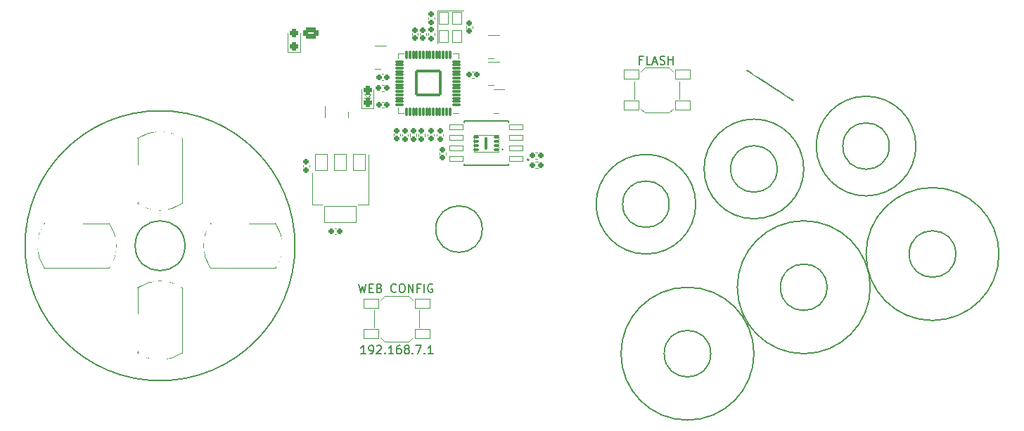
<source format=gbr>
%TF.GenerationSoftware,KiCad,Pcbnew,7.0.9*%
%TF.CreationDate,2024-02-22T06:25:05-07:00*%
%TF.ProjectId,genesis-6_controller_pcb,67656e65-7369-4732-9d36-5f636f6e7472,4a*%
%TF.SameCoordinates,Original*%
%TF.FileFunction,Legend,Top*%
%TF.FilePolarity,Positive*%
%FSLAX46Y46*%
G04 Gerber Fmt 4.6, Leading zero omitted, Abs format (unit mm)*
G04 Created by KiCad (PCBNEW 7.0.9) date 2024-02-22 06:25:05*
%MOMM*%
%LPD*%
G01*
G04 APERTURE LIST*
G04 Aperture macros list*
%AMRoundRect*
0 Rectangle with rounded corners*
0 $1 Rounding radius*
0 $2 $3 $4 $5 $6 $7 $8 $9 X,Y pos of 4 corners*
0 Add a 4 corners polygon primitive as box body*
4,1,4,$2,$3,$4,$5,$6,$7,$8,$9,$2,$3,0*
0 Add four circle primitives for the rounded corners*
1,1,$1+$1,$2,$3*
1,1,$1+$1,$4,$5*
1,1,$1+$1,$6,$7*
1,1,$1+$1,$8,$9*
0 Add four rect primitives between the rounded corners*
20,1,$1+$1,$2,$3,$4,$5,0*
20,1,$1+$1,$4,$5,$6,$7,0*
20,1,$1+$1,$6,$7,$8,$9,0*
20,1,$1+$1,$8,$9,$2,$3,0*%
%AMHorizOval*
0 Thick line with rounded ends*
0 $1 width*
0 $2 $3 position (X,Y) of the first rounded end (center of the circle)*
0 $4 $5 position (X,Y) of the second rounded end (center of the circle)*
0 Add line between two ends*
20,1,$1,$2,$3,$4,$5,0*
0 Add two circle primitives to create the rounded ends*
1,1,$1,$2,$3*
1,1,$1,$4,$5*%
G04 Aperture macros list end*
%ADD10C,0.150000*%
%ADD11C,0.120000*%
%ADD12C,0.127000*%
%ADD13C,0.200000*%
%ADD14RoundRect,0.050800X-0.750000X1.000000X-0.750000X-1.000000X0.750000X-1.000000X0.750000X1.000000X0*%
%ADD15RoundRect,0.050800X-1.900000X1.000000X-1.900000X-1.000000X1.900000X-1.000000X1.900000X1.000000X0*%
%ADD16RoundRect,0.190800X0.140000X0.170000X-0.140000X0.170000X-0.140000X-0.170000X0.140000X-0.170000X0*%
%ADD17RoundRect,0.190800X0.170000X-0.140000X0.170000X0.140000X-0.170000X0.140000X-0.170000X-0.140000X0*%
%ADD18O,0.801600X0.301600*%
%ADD19RoundRect,0.050800X0.146720X0.153210X-0.153210X0.146720X-0.146720X-0.153210X0.153210X-0.146720X0*%
%ADD20RoundRect,0.050800X0.163088X0.135655X-0.135655X0.163088X-0.163088X-0.135655X0.135655X-0.163088X0*%
%ADD21RoundRect,0.050800X0.128473X0.168803X-0.168803X0.128473X-0.128473X-0.168803X0.168803X-0.128473X0*%
%ADD22RoundRect,0.050800X0.177369X0.116363X-0.116363X0.177369X-0.177369X-0.116363X0.116363X-0.177369X0*%
%ADD23RoundRect,0.050800X0.108582X0.182236X-0.182236X0.108582X-0.108582X-0.182236X0.182236X-0.108582X0*%
%ADD24RoundRect,0.050800X0.189378X0.095582X-0.095582X0.189378X-0.189378X-0.095582X0.095582X-0.189378X0*%
%ADD25RoundRect,0.050800X0.087300X0.193336X-0.193336X0.087300X-0.087300X-0.193336X0.193336X-0.087300X0*%
%ADD26RoundRect,0.050800X0.198964X0.073576X-0.073576X0.198964X-0.198964X-0.073576X0.073576X-0.198964X0*%
%ADD27RoundRect,0.050800X0.064901X0.201960X-0.201960X0.064901X-0.064901X-0.201960X0.201960X-0.064901X0*%
%ADD28RoundRect,0.050800X0.206002X0.050629X-0.050629X0.206002X-0.206002X-0.050629X0.050629X-0.206002X0*%
%ADD29RoundRect,0.050800X0.041671X0.207999X-0.207999X0.041671X-0.041671X-0.207999X0.207999X-0.041671X0*%
%ADD30RoundRect,0.050800X0.210402X0.027034X-0.027034X0.210402X-0.210402X-0.027034X0.027034X-0.210402X0*%
%ADD31RoundRect,0.050800X0.017908X0.211375X-0.211375X0.017908X-0.017908X-0.211375X0.211375X-0.017908X0*%
%ADD32RoundRect,0.050800X0.212109X0.003093X-0.003093X0.212109X-0.212109X-0.003093X0.003093X-0.212109X0*%
%ADD33RoundRect,0.050800X-0.006085X0.212045X-0.212045X-0.006085X0.006085X-0.212045X0.212045X0.006085X0*%
%ADD34RoundRect,0.050800X0.211101X-0.020888X0.020888X0.211101X-0.211101X0.020888X-0.020888X-0.211101X0*%
%ADD35RoundRect,0.050800X-0.030000X0.210000X-0.210000X-0.030000X0.030000X-0.210000X0.210000X0.030000X0*%
%ADD36RoundRect,0.050800X0.207390X-0.044602X0.044602X0.207390X-0.207390X0.044602X-0.044602X-0.207390X0*%
%ADD37RoundRect,0.050800X0.203246X-0.060754X0.060754X0.203246X-0.203246X0.060754X-0.060754X-0.203246X0*%
%ADD38O,1.289034X0.401600*%
%ADD39O,3.479009X0.401600*%
%ADD40O,4.069223X0.401600*%
%ADD41O,4.608059X0.401600*%
%ADD42O,4.535632X0.401600*%
%ADD43O,4.270727X0.401600*%
%ADD44O,3.039444X0.401600*%
%ADD45O,1.601600X0.401600*%
%ADD46RoundRect,0.050800X0.060754X-0.203246X0.203246X0.060754X-0.060754X0.203246X-0.203246X-0.060754X0*%
%ADD47RoundRect,0.050800X0.037405X-0.208808X0.208808X0.037405X-0.037405X0.208808X-0.208808X-0.037405X0*%
%ADD48RoundRect,0.050800X-0.210000X0.030000X-0.030000X-0.210000X0.210000X-0.030000X0.030000X0.210000X0*%
%ADD49RoundRect,0.050800X0.013578X-0.211697X0.211697X0.013578X-0.013578X0.211697X-0.211697X-0.013578X0*%
%ADD50RoundRect,0.050800X-0.211708X0.013412X-0.013412X-0.211708X0.211708X-0.013412X0.013412X0.211708X0*%
%ADD51RoundRect,0.050800X-0.010424X-0.211876X0.211876X-0.010424X0.010424X0.211876X-0.211876X0.010424X0*%
%ADD52RoundRect,0.050800X-0.211868X-0.010589X0.010589X-0.211868X0.211868X0.010589X-0.010589X0.211868X0*%
%ADD53RoundRect,0.050800X-0.034292X-0.209342X0.209342X-0.034292X0.034292X0.209342X-0.209342X0.034292X0*%
%ADD54RoundRect,0.050800X-0.209315X-0.034455X0.034455X-0.209315X0.209315X0.034455X-0.034455X0.209315X0*%
%ADD55RoundRect,0.050800X-0.057721X-0.204128X0.204128X-0.057721X0.057721X0.204128X-0.204128X0.057721X0*%
%ADD56RoundRect,0.050800X-0.204083X-0.057880X0.057880X-0.204083X0.204083X0.057880X-0.057880X0.204083X0*%
%ADD57RoundRect,0.050800X-0.080411X-0.196301X0.196301X-0.080411X0.080411X0.196301X-0.196301X0.080411X0*%
%ADD58RoundRect,0.050800X-0.196238X-0.080564X0.080564X-0.196238X0.196238X0.080564X-0.080564X0.196238X0*%
%ADD59RoundRect,0.050800X-0.102072X-0.185961X0.185961X-0.102072X0.102072X0.185961X-0.185961X0.102072X0*%
%ADD60RoundRect,0.050800X-0.185881X-0.102217X0.102217X-0.185881X0.185881X0.102217X-0.102217X0.185881X0*%
%ADD61RoundRect,0.050800X-0.122425X-0.173240X0.173240X-0.122425X0.122425X0.173240X-0.173240X0.122425X0*%
%ADD62RoundRect,0.050800X-0.173144X-0.122561X0.122561X-0.173144X0.173144X0.122561X-0.122561X0.173144X0*%
%ADD63RoundRect,0.050800X-0.141212X-0.158301X0.158301X-0.141212X0.141212X0.158301X-0.158301X0.141212X0*%
%ADD64RoundRect,0.050800X-0.158191X-0.141336X0.141336X-0.158191X0.158191X0.141336X-0.141336X0.158191X0*%
%ADD65RoundRect,0.050800X-0.900000X-0.550000X0.900000X-0.550000X0.900000X0.550000X-0.900000X0.550000X0*%
%ADD66RoundRect,0.185800X0.185000X-0.135000X0.185000X0.135000X-0.185000X0.135000X-0.185000X-0.135000X0*%
%ADD67RoundRect,0.185800X-0.135000X-0.185000X0.135000X-0.185000X0.135000X0.185000X-0.135000X0.185000X0*%
%ADD68O,0.851600X0.851600*%
%ADD69HorizOval,0.851600X0.000000X0.000000X0.000000X0.000000X0*%
%ADD70HorizOval,0.851600X0.000000X0.000000X0.000000X0.000000X0*%
%ADD71HorizOval,0.851600X0.000000X0.000000X0.000000X0.000000X0*%
%ADD72HorizOval,0.851600X0.000000X0.000000X0.000000X0.000000X0*%
%ADD73HorizOval,0.851600X0.000000X0.000000X0.000000X0.000000X0*%
%ADD74HorizOval,0.851600X0.000000X0.000000X0.000000X0.000000X0*%
%ADD75HorizOval,0.851600X0.000000X0.000000X0.000000X0.000000X0*%
%ADD76HorizOval,0.851600X0.000000X0.000000X0.000000X0.000000X0*%
%ADD77HorizOval,0.851600X0.000000X0.000000X0.000000X0.000000X0*%
%ADD78HorizOval,0.851600X0.000000X0.000000X0.000000X0.000000X0*%
%ADD79HorizOval,0.851600X0.000000X0.000000X0.000000X0.000000X0*%
%ADD80HorizOval,0.851600X0.000000X0.000000X0.000000X0.000000X0*%
%ADD81HorizOval,0.851600X0.000000X0.000000X0.000000X0.000000X0*%
%ADD82HorizOval,0.851600X0.000000X0.000000X0.000000X0.000000X0*%
%ADD83HorizOval,0.851600X0.000000X0.000000X0.000000X0.000000X0*%
%ADD84HorizOval,0.851600X0.000000X0.000000X0.000000X0.000000X0*%
%ADD85HorizOval,0.851600X0.000000X0.000000X0.000000X0.000000X0*%
%ADD86HorizOval,0.851600X0.000000X0.000000X0.000000X0.000000X0*%
%ADD87HorizOval,0.851600X0.000000X0.000000X0.000000X0.000000X0*%
%ADD88HorizOval,0.851600X0.000000X0.000000X0.000000X0.000000X0*%
%ADD89HorizOval,0.851600X0.000000X0.000000X0.000000X0.000000X0*%
%ADD90HorizOval,0.851600X0.000000X0.000000X0.000000X0.000000X0*%
%ADD91O,0.851600X5.101600*%
%ADD92O,0.851600X7.101600*%
%ADD93HorizOval,0.851600X0.000000X0.000000X0.000000X0.000000X0*%
%ADD94HorizOval,0.851600X0.000000X0.000000X0.000000X0.000000X0*%
%ADD95HorizOval,0.851600X0.000000X0.000000X0.000000X0.000000X0*%
%ADD96HorizOval,0.851600X0.000000X0.000000X0.000000X0.000000X0*%
%ADD97HorizOval,0.851600X0.000000X0.000000X0.000000X0.000000X0*%
%ADD98HorizOval,0.851600X0.000000X0.000000X0.000000X0.000000X0*%
%ADD99HorizOval,0.851600X0.000000X0.000000X0.000000X0.000000X0*%
%ADD100HorizOval,0.851600X0.000000X0.000000X0.000000X0.000000X0*%
%ADD101HorizOval,0.851600X0.000000X0.000000X0.000000X0.000000X0*%
%ADD102HorizOval,0.851600X0.000000X0.000000X0.000000X0.000000X0*%
%ADD103HorizOval,0.851600X0.000000X0.000000X0.000000X0.000000X0*%
%ADD104HorizOval,0.851600X0.000000X0.000000X0.000000X0.000000X0*%
%ADD105HorizOval,0.851600X0.000000X0.000000X0.000000X0.000000X0*%
%ADD106HorizOval,0.851600X0.000000X0.000000X0.000000X0.000000X0*%
%ADD107HorizOval,0.851600X0.000000X0.000000X0.000000X0.000000X0*%
%ADD108HorizOval,0.851600X0.000000X0.000000X0.000000X0.000000X0*%
%ADD109HorizOval,0.851600X0.000000X0.000000X0.000000X0.000000X0*%
%ADD110HorizOval,0.851600X0.000000X0.000000X0.000000X0.000000X0*%
%ADD111HorizOval,0.851600X0.000000X0.000000X0.000000X0.000000X0*%
%ADD112HorizOval,0.851600X0.000000X0.000000X0.000000X0.000000X0*%
%ADD113HorizOval,0.851600X0.000000X0.000000X0.000000X0.000000X0*%
%ADD114HorizOval,0.851600X0.000000X0.000000X0.000000X0.000000X0*%
%ADD115RoundRect,0.190800X-0.140000X-0.170000X0.140000X-0.170000X0.140000X0.170000X-0.140000X0.170000X0*%
%ADD116RoundRect,0.190800X-0.170000X0.140000X-0.170000X-0.140000X0.170000X-0.140000X0.170000X0.140000X0*%
%ADD117O,0.301600X0.801600*%
%ADD118RoundRect,0.185800X0.135000X0.185000X-0.135000X0.185000X-0.135000X-0.185000X0.135000X-0.185000X0*%
%ADD119RoundRect,0.269550X0.256250X-0.218750X0.256250X0.218750X-0.256250X0.218750X-0.256250X-0.218750X0*%
%ADD120HorizOval,0.851600X0.000000X0.000000X0.000000X0.000000X0*%
%ADD121HorizOval,0.851600X0.000000X0.000000X0.000000X0.000000X0*%
%ADD122HorizOval,0.851600X0.000000X0.000000X0.000000X0.000000X0*%
%ADD123HorizOval,0.851600X0.000000X0.000000X0.000000X0.000000X0*%
%ADD124HorizOval,0.851600X0.000000X0.000000X0.000000X0.000000X0*%
%ADD125HorizOval,0.851600X0.000000X0.000000X0.000000X0.000000X0*%
%ADD126HorizOval,0.851600X0.000000X0.000000X0.000000X0.000000X0*%
%ADD127HorizOval,0.851600X0.000000X0.000000X0.000000X0.000000X0*%
%ADD128HorizOval,0.851600X0.000000X0.000000X0.000000X0.000000X0*%
%ADD129HorizOval,0.851600X0.000000X0.000000X0.000000X0.000000X0*%
%ADD130HorizOval,0.851600X0.000000X0.000000X0.000000X0.000000X0*%
%ADD131HorizOval,0.851600X0.000000X0.000000X0.000000X0.000000X0*%
%ADD132HorizOval,0.851600X0.000000X0.000000X0.000000X0.000000X0*%
%ADD133HorizOval,0.851600X0.000000X0.000000X0.000000X0.000000X0*%
%ADD134HorizOval,0.851600X0.000000X0.000000X0.000000X0.000000X0*%
%ADD135HorizOval,0.851600X0.000000X0.000000X0.000000X0.000000X0*%
%ADD136HorizOval,0.851600X0.000000X0.000000X0.000000X0.000000X0*%
%ADD137HorizOval,0.851600X0.000000X0.000000X0.000000X0.000000X0*%
%ADD138HorizOval,0.851600X0.000000X0.000000X0.000000X0.000000X0*%
%ADD139HorizOval,0.851600X0.000000X0.000000X0.000000X0.000000X0*%
%ADD140HorizOval,0.851600X0.000000X0.000000X0.000000X0.000000X0*%
%ADD141HorizOval,0.851600X0.000000X0.000000X0.000000X0.000000X0*%
%ADD142O,5.101600X0.851600*%
%ADD143O,7.101600X0.851600*%
%ADD144HorizOval,0.851600X0.000000X0.000000X0.000000X0.000000X0*%
%ADD145HorizOval,0.851600X0.000000X0.000000X0.000000X0.000000X0*%
%ADD146HorizOval,0.851600X0.000000X0.000000X0.000000X0.000000X0*%
%ADD147HorizOval,0.851600X0.000000X0.000000X0.000000X0.000000X0*%
%ADD148HorizOval,0.851600X0.000000X0.000000X0.000000X0.000000X0*%
%ADD149HorizOval,0.851600X0.000000X0.000000X0.000000X0.000000X0*%
%ADD150HorizOval,0.851600X0.000000X0.000000X0.000000X0.000000X0*%
%ADD151HorizOval,0.851600X0.000000X0.000000X0.000000X0.000000X0*%
%ADD152HorizOval,0.851600X0.000000X0.000000X0.000000X0.000000X0*%
%ADD153HorizOval,0.851600X0.000000X0.000000X0.000000X0.000000X0*%
%ADD154HorizOval,0.851600X0.000000X0.000000X0.000000X0.000000X0*%
%ADD155HorizOval,0.851600X0.000000X0.000000X0.000000X0.000000X0*%
%ADD156HorizOval,0.851600X0.000000X0.000000X0.000000X0.000000X0*%
%ADD157HorizOval,0.851600X0.000000X0.000000X0.000000X0.000000X0*%
%ADD158HorizOval,0.851600X0.000000X0.000000X0.000000X0.000000X0*%
%ADD159HorizOval,0.851600X0.000000X0.000000X0.000000X0.000000X0*%
%ADD160HorizOval,0.851600X0.000000X0.000000X0.000000X0.000000X0*%
%ADD161HorizOval,0.851600X0.000000X0.000000X0.000000X0.000000X0*%
%ADD162HorizOval,0.851600X0.000000X0.000000X0.000000X0.000000X0*%
%ADD163HorizOval,0.851600X0.000000X0.000000X0.000000X0.000000X0*%
%ADD164HorizOval,0.851600X0.000000X0.000000X0.000000X0.000000X0*%
%ADD165HorizOval,0.851600X0.000000X0.000000X0.000000X0.000000X0*%
%ADD166RoundRect,0.050800X0.805000X0.290000X-0.805000X0.290000X-0.805000X-0.290000X0.805000X-0.290000X0*%
%ADD167RoundRect,0.125800X0.225000X0.075000X-0.225000X0.075000X-0.225000X-0.075000X0.225000X-0.075000X0*%
%ADD168RoundRect,0.100800X0.050000X0.700000X-0.050000X0.700000X-0.050000X-0.700000X0.050000X-0.700000X0*%
%ADD169RoundRect,0.050800X-0.575000X0.700000X-0.575000X-0.700000X0.575000X-0.700000X0.575000X0.700000X0*%
%ADD170RoundRect,0.100800X0.387500X0.050000X-0.387500X0.050000X-0.387500X-0.050000X0.387500X-0.050000X0*%
%ADD171RoundRect,0.100800X0.050000X0.387500X-0.050000X0.387500X-0.050000X-0.387500X0.050000X-0.387500X0*%
%ADD172RoundRect,0.194800X1.456000X1.456000X-1.456000X1.456000X-1.456000X-1.456000X1.456000X-1.456000X0*%
%ADD173C,2.201600*%
%ADD174C,1.851600*%
%ADD175RoundRect,0.300800X-0.625000X0.350000X-0.625000X-0.350000X0.625000X-0.350000X0.625000X0.350000X0*%
%ADD176O,1.851600X1.301600*%
G04 APERTURE END LIST*
D10*
X196540312Y-111100000D02*
G75*
G03*
X196540312Y-111100000I-640312J0D01*
G01*
X184500000Y-125000000D02*
G75*
G03*
X184500000Y-125000000I-6000000J0D01*
G01*
X136250000Y-130000000D02*
G75*
G03*
X136250000Y-130000000I-16250000J0D01*
G01*
X123010000Y-130000000D02*
G75*
G03*
X123010000Y-130000000I-3000000J0D01*
G01*
X191500000Y-143000000D02*
G75*
G03*
X191500000Y-143000000I-8000000J0D01*
G01*
X205500000Y-135000000D02*
G75*
G03*
X205500000Y-135000000I-8000000J0D01*
G01*
X192740312Y-108700000D02*
G75*
G03*
X192740312Y-108700000I-640312J0D01*
G01*
X211000000Y-118000000D02*
G75*
G03*
X211000000Y-118000000I-6000000J0D01*
G01*
X190680000Y-108900000D02*
X196270000Y-112530000D01*
X221000000Y-131000000D02*
G75*
G03*
X221000000Y-131000000I-8000000J0D01*
G01*
X197500000Y-120750000D02*
G75*
G03*
X197500000Y-120750000I-6000000J0D01*
G01*
X143941541Y-134609819D02*
X144179636Y-135609819D01*
X144179636Y-135609819D02*
X144370112Y-134895533D01*
X144370112Y-134895533D02*
X144560588Y-135609819D01*
X144560588Y-135609819D02*
X144798684Y-134609819D01*
X145179636Y-135086009D02*
X145512969Y-135086009D01*
X145655826Y-135609819D02*
X145179636Y-135609819D01*
X145179636Y-135609819D02*
X145179636Y-134609819D01*
X145179636Y-134609819D02*
X145655826Y-134609819D01*
X146417731Y-135086009D02*
X146560588Y-135133628D01*
X146560588Y-135133628D02*
X146608207Y-135181247D01*
X146608207Y-135181247D02*
X146655826Y-135276485D01*
X146655826Y-135276485D02*
X146655826Y-135419342D01*
X146655826Y-135419342D02*
X146608207Y-135514580D01*
X146608207Y-135514580D02*
X146560588Y-135562200D01*
X146560588Y-135562200D02*
X146465350Y-135609819D01*
X146465350Y-135609819D02*
X146084398Y-135609819D01*
X146084398Y-135609819D02*
X146084398Y-134609819D01*
X146084398Y-134609819D02*
X146417731Y-134609819D01*
X146417731Y-134609819D02*
X146512969Y-134657438D01*
X146512969Y-134657438D02*
X146560588Y-134705057D01*
X146560588Y-134705057D02*
X146608207Y-134800295D01*
X146608207Y-134800295D02*
X146608207Y-134895533D01*
X146608207Y-134895533D02*
X146560588Y-134990771D01*
X146560588Y-134990771D02*
X146512969Y-135038390D01*
X146512969Y-135038390D02*
X146417731Y-135086009D01*
X146417731Y-135086009D02*
X146084398Y-135086009D01*
X148417731Y-135514580D02*
X148370112Y-135562200D01*
X148370112Y-135562200D02*
X148227255Y-135609819D01*
X148227255Y-135609819D02*
X148132017Y-135609819D01*
X148132017Y-135609819D02*
X147989160Y-135562200D01*
X147989160Y-135562200D02*
X147893922Y-135466961D01*
X147893922Y-135466961D02*
X147846303Y-135371723D01*
X147846303Y-135371723D02*
X147798684Y-135181247D01*
X147798684Y-135181247D02*
X147798684Y-135038390D01*
X147798684Y-135038390D02*
X147846303Y-134847914D01*
X147846303Y-134847914D02*
X147893922Y-134752676D01*
X147893922Y-134752676D02*
X147989160Y-134657438D01*
X147989160Y-134657438D02*
X148132017Y-134609819D01*
X148132017Y-134609819D02*
X148227255Y-134609819D01*
X148227255Y-134609819D02*
X148370112Y-134657438D01*
X148370112Y-134657438D02*
X148417731Y-134705057D01*
X149036779Y-134609819D02*
X149227255Y-134609819D01*
X149227255Y-134609819D02*
X149322493Y-134657438D01*
X149322493Y-134657438D02*
X149417731Y-134752676D01*
X149417731Y-134752676D02*
X149465350Y-134943152D01*
X149465350Y-134943152D02*
X149465350Y-135276485D01*
X149465350Y-135276485D02*
X149417731Y-135466961D01*
X149417731Y-135466961D02*
X149322493Y-135562200D01*
X149322493Y-135562200D02*
X149227255Y-135609819D01*
X149227255Y-135609819D02*
X149036779Y-135609819D01*
X149036779Y-135609819D02*
X148941541Y-135562200D01*
X148941541Y-135562200D02*
X148846303Y-135466961D01*
X148846303Y-135466961D02*
X148798684Y-135276485D01*
X148798684Y-135276485D02*
X148798684Y-134943152D01*
X148798684Y-134943152D02*
X148846303Y-134752676D01*
X148846303Y-134752676D02*
X148941541Y-134657438D01*
X148941541Y-134657438D02*
X149036779Y-134609819D01*
X149893922Y-135609819D02*
X149893922Y-134609819D01*
X149893922Y-134609819D02*
X150465350Y-135609819D01*
X150465350Y-135609819D02*
X150465350Y-134609819D01*
X151274874Y-135086009D02*
X150941541Y-135086009D01*
X150941541Y-135609819D02*
X150941541Y-134609819D01*
X150941541Y-134609819D02*
X151417731Y-134609819D01*
X151798684Y-135609819D02*
X151798684Y-134609819D01*
X152798683Y-134657438D02*
X152703445Y-134609819D01*
X152703445Y-134609819D02*
X152560588Y-134609819D01*
X152560588Y-134609819D02*
X152417731Y-134657438D01*
X152417731Y-134657438D02*
X152322493Y-134752676D01*
X152322493Y-134752676D02*
X152274874Y-134847914D01*
X152274874Y-134847914D02*
X152227255Y-135038390D01*
X152227255Y-135038390D02*
X152227255Y-135181247D01*
X152227255Y-135181247D02*
X152274874Y-135371723D01*
X152274874Y-135371723D02*
X152322493Y-135466961D01*
X152322493Y-135466961D02*
X152417731Y-135562200D01*
X152417731Y-135562200D02*
X152560588Y-135609819D01*
X152560588Y-135609819D02*
X152655826Y-135609819D01*
X152655826Y-135609819D02*
X152798683Y-135562200D01*
X152798683Y-135562200D02*
X152846302Y-135514580D01*
X152846302Y-135514580D02*
X152846302Y-135181247D01*
X152846302Y-135181247D02*
X152655826Y-135181247D01*
X144758095Y-143009819D02*
X144186667Y-143009819D01*
X144472381Y-143009819D02*
X144472381Y-142009819D01*
X144472381Y-142009819D02*
X144377143Y-142152676D01*
X144377143Y-142152676D02*
X144281905Y-142247914D01*
X144281905Y-142247914D02*
X144186667Y-142295533D01*
X145234286Y-143009819D02*
X145424762Y-143009819D01*
X145424762Y-143009819D02*
X145520000Y-142962200D01*
X145520000Y-142962200D02*
X145567619Y-142914580D01*
X145567619Y-142914580D02*
X145662857Y-142771723D01*
X145662857Y-142771723D02*
X145710476Y-142581247D01*
X145710476Y-142581247D02*
X145710476Y-142200295D01*
X145710476Y-142200295D02*
X145662857Y-142105057D01*
X145662857Y-142105057D02*
X145615238Y-142057438D01*
X145615238Y-142057438D02*
X145520000Y-142009819D01*
X145520000Y-142009819D02*
X145329524Y-142009819D01*
X145329524Y-142009819D02*
X145234286Y-142057438D01*
X145234286Y-142057438D02*
X145186667Y-142105057D01*
X145186667Y-142105057D02*
X145139048Y-142200295D01*
X145139048Y-142200295D02*
X145139048Y-142438390D01*
X145139048Y-142438390D02*
X145186667Y-142533628D01*
X145186667Y-142533628D02*
X145234286Y-142581247D01*
X145234286Y-142581247D02*
X145329524Y-142628866D01*
X145329524Y-142628866D02*
X145520000Y-142628866D01*
X145520000Y-142628866D02*
X145615238Y-142581247D01*
X145615238Y-142581247D02*
X145662857Y-142533628D01*
X145662857Y-142533628D02*
X145710476Y-142438390D01*
X146091429Y-142105057D02*
X146139048Y-142057438D01*
X146139048Y-142057438D02*
X146234286Y-142009819D01*
X146234286Y-142009819D02*
X146472381Y-142009819D01*
X146472381Y-142009819D02*
X146567619Y-142057438D01*
X146567619Y-142057438D02*
X146615238Y-142105057D01*
X146615238Y-142105057D02*
X146662857Y-142200295D01*
X146662857Y-142200295D02*
X146662857Y-142295533D01*
X146662857Y-142295533D02*
X146615238Y-142438390D01*
X146615238Y-142438390D02*
X146043810Y-143009819D01*
X146043810Y-143009819D02*
X146662857Y-143009819D01*
X147091429Y-142914580D02*
X147139048Y-142962200D01*
X147139048Y-142962200D02*
X147091429Y-143009819D01*
X147091429Y-143009819D02*
X147043810Y-142962200D01*
X147043810Y-142962200D02*
X147091429Y-142914580D01*
X147091429Y-142914580D02*
X147091429Y-143009819D01*
X148091428Y-143009819D02*
X147520000Y-143009819D01*
X147805714Y-143009819D02*
X147805714Y-142009819D01*
X147805714Y-142009819D02*
X147710476Y-142152676D01*
X147710476Y-142152676D02*
X147615238Y-142247914D01*
X147615238Y-142247914D02*
X147520000Y-142295533D01*
X148948571Y-142009819D02*
X148758095Y-142009819D01*
X148758095Y-142009819D02*
X148662857Y-142057438D01*
X148662857Y-142057438D02*
X148615238Y-142105057D01*
X148615238Y-142105057D02*
X148520000Y-142247914D01*
X148520000Y-142247914D02*
X148472381Y-142438390D01*
X148472381Y-142438390D02*
X148472381Y-142819342D01*
X148472381Y-142819342D02*
X148520000Y-142914580D01*
X148520000Y-142914580D02*
X148567619Y-142962200D01*
X148567619Y-142962200D02*
X148662857Y-143009819D01*
X148662857Y-143009819D02*
X148853333Y-143009819D01*
X148853333Y-143009819D02*
X148948571Y-142962200D01*
X148948571Y-142962200D02*
X148996190Y-142914580D01*
X148996190Y-142914580D02*
X149043809Y-142819342D01*
X149043809Y-142819342D02*
X149043809Y-142581247D01*
X149043809Y-142581247D02*
X148996190Y-142486009D01*
X148996190Y-142486009D02*
X148948571Y-142438390D01*
X148948571Y-142438390D02*
X148853333Y-142390771D01*
X148853333Y-142390771D02*
X148662857Y-142390771D01*
X148662857Y-142390771D02*
X148567619Y-142438390D01*
X148567619Y-142438390D02*
X148520000Y-142486009D01*
X148520000Y-142486009D02*
X148472381Y-142581247D01*
X149615238Y-142438390D02*
X149520000Y-142390771D01*
X149520000Y-142390771D02*
X149472381Y-142343152D01*
X149472381Y-142343152D02*
X149424762Y-142247914D01*
X149424762Y-142247914D02*
X149424762Y-142200295D01*
X149424762Y-142200295D02*
X149472381Y-142105057D01*
X149472381Y-142105057D02*
X149520000Y-142057438D01*
X149520000Y-142057438D02*
X149615238Y-142009819D01*
X149615238Y-142009819D02*
X149805714Y-142009819D01*
X149805714Y-142009819D02*
X149900952Y-142057438D01*
X149900952Y-142057438D02*
X149948571Y-142105057D01*
X149948571Y-142105057D02*
X149996190Y-142200295D01*
X149996190Y-142200295D02*
X149996190Y-142247914D01*
X149996190Y-142247914D02*
X149948571Y-142343152D01*
X149948571Y-142343152D02*
X149900952Y-142390771D01*
X149900952Y-142390771D02*
X149805714Y-142438390D01*
X149805714Y-142438390D02*
X149615238Y-142438390D01*
X149615238Y-142438390D02*
X149520000Y-142486009D01*
X149520000Y-142486009D02*
X149472381Y-142533628D01*
X149472381Y-142533628D02*
X149424762Y-142628866D01*
X149424762Y-142628866D02*
X149424762Y-142819342D01*
X149424762Y-142819342D02*
X149472381Y-142914580D01*
X149472381Y-142914580D02*
X149520000Y-142962200D01*
X149520000Y-142962200D02*
X149615238Y-143009819D01*
X149615238Y-143009819D02*
X149805714Y-143009819D01*
X149805714Y-143009819D02*
X149900952Y-142962200D01*
X149900952Y-142962200D02*
X149948571Y-142914580D01*
X149948571Y-142914580D02*
X149996190Y-142819342D01*
X149996190Y-142819342D02*
X149996190Y-142628866D01*
X149996190Y-142628866D02*
X149948571Y-142533628D01*
X149948571Y-142533628D02*
X149900952Y-142486009D01*
X149900952Y-142486009D02*
X149805714Y-142438390D01*
X150424762Y-142914580D02*
X150472381Y-142962200D01*
X150472381Y-142962200D02*
X150424762Y-143009819D01*
X150424762Y-143009819D02*
X150377143Y-142962200D01*
X150377143Y-142962200D02*
X150424762Y-142914580D01*
X150424762Y-142914580D02*
X150424762Y-143009819D01*
X150805714Y-142009819D02*
X151472380Y-142009819D01*
X151472380Y-142009819D02*
X151043809Y-143009819D01*
X151853333Y-142914580D02*
X151900952Y-142962200D01*
X151900952Y-142962200D02*
X151853333Y-143009819D01*
X151853333Y-143009819D02*
X151805714Y-142962200D01*
X151805714Y-142962200D02*
X151853333Y-142914580D01*
X151853333Y-142914580D02*
X151853333Y-143009819D01*
X152853332Y-143009819D02*
X152281904Y-143009819D01*
X152567618Y-143009819D02*
X152567618Y-142009819D01*
X152567618Y-142009819D02*
X152472380Y-142152676D01*
X152472380Y-142152676D02*
X152377142Y-142247914D01*
X152377142Y-142247914D02*
X152281904Y-142295533D01*
X178070112Y-107646009D02*
X177736779Y-107646009D01*
X177736779Y-108169819D02*
X177736779Y-107169819D01*
X177736779Y-107169819D02*
X178212969Y-107169819D01*
X179070112Y-108169819D02*
X178593922Y-108169819D01*
X178593922Y-108169819D02*
X178593922Y-107169819D01*
X179355827Y-107884104D02*
X179832017Y-107884104D01*
X179260589Y-108169819D02*
X179593922Y-107169819D01*
X179593922Y-107169819D02*
X179927255Y-108169819D01*
X180212970Y-108122200D02*
X180355827Y-108169819D01*
X180355827Y-108169819D02*
X180593922Y-108169819D01*
X180593922Y-108169819D02*
X180689160Y-108122200D01*
X180689160Y-108122200D02*
X180736779Y-108074580D01*
X180736779Y-108074580D02*
X180784398Y-107979342D01*
X180784398Y-107979342D02*
X180784398Y-107884104D01*
X180784398Y-107884104D02*
X180736779Y-107788866D01*
X180736779Y-107788866D02*
X180689160Y-107741247D01*
X180689160Y-107741247D02*
X180593922Y-107693628D01*
X180593922Y-107693628D02*
X180403446Y-107646009D01*
X180403446Y-107646009D02*
X180308208Y-107598390D01*
X180308208Y-107598390D02*
X180260589Y-107550771D01*
X180260589Y-107550771D02*
X180212970Y-107455533D01*
X180212970Y-107455533D02*
X180212970Y-107360295D01*
X180212970Y-107360295D02*
X180260589Y-107265057D01*
X180260589Y-107265057D02*
X180308208Y-107217438D01*
X180308208Y-107217438D02*
X180403446Y-107169819D01*
X180403446Y-107169819D02*
X180641541Y-107169819D01*
X180641541Y-107169819D02*
X180784398Y-107217438D01*
X181212970Y-108169819D02*
X181212970Y-107169819D01*
X181212970Y-107646009D02*
X181784398Y-107646009D01*
X181784398Y-108169819D02*
X181784398Y-107169819D01*
D11*
%TO.C,U3*%
X145110000Y-119000000D02*
X145110000Y-125010000D01*
X138290000Y-121250000D02*
X138290000Y-125010000D01*
X145110000Y-125010000D02*
X143850000Y-125010000D01*
X138290000Y-125010000D02*
X139550000Y-125010000D01*
%TO.C,C11*%
X146923232Y-110049604D02*
X146707560Y-110049604D01*
X146923232Y-109329604D02*
X146707560Y-109329604D01*
%TO.C,C5*%
X153670000Y-119027836D02*
X153670000Y-118812164D01*
X154390000Y-119027836D02*
X154390000Y-118812164D01*
%TO.C,U5*%
X147190396Y-105939604D02*
X145890396Y-105939604D01*
X146540396Y-108739604D02*
X145890396Y-108739604D01*
%TO.C,U2*%
X161434891Y-111202551D02*
X160134891Y-111202551D01*
X160784891Y-114002551D02*
X160134891Y-114002551D01*
D10*
%TO.C,SW4*%
X158800000Y-128000000D02*
G75*
G03*
X158800000Y-128000000I-2800000J0D01*
G01*
%TO.C,SW6*%
X181300000Y-125000000D02*
G75*
G03*
X181300000Y-125000000I-2800000J0D01*
G01*
%TO.C,SW9*%
X215800000Y-131000000D02*
G75*
G03*
X215800000Y-131000000I-2800000J0D01*
G01*
D11*
%TO.C,SW13*%
X177120000Y-112310000D02*
X177120000Y-110230000D01*
X178390000Y-108550000D02*
X177900000Y-109040000D01*
X178390000Y-108550000D02*
X181290000Y-108550000D01*
X178390000Y-113990000D02*
X177900000Y-113500000D01*
X178390000Y-113990000D02*
X181290000Y-113990000D01*
X181290000Y-108550000D02*
X181780000Y-109040000D01*
X181290000Y-113990000D02*
X181780000Y-113500000D01*
X182560000Y-112310000D02*
X182560000Y-110230000D01*
%TO.C,R5*%
X152295396Y-104673245D02*
X152295396Y-104365963D01*
X153055396Y-104673245D02*
X153055396Y-104365963D01*
D10*
%TO.C,SW8*%
X207800000Y-118000000D02*
G75*
G03*
X207800000Y-118000000I-2800000J0D01*
G01*
D11*
%TO.C,R8*%
X146671755Y-110649604D02*
X146979037Y-110649604D01*
X146671755Y-111409604D02*
X146979037Y-111409604D01*
%TO.C,R7*%
X150115396Y-116812740D02*
X150115396Y-116505458D01*
X150875396Y-116812740D02*
X150875396Y-116505458D01*
%TO.C,C9*%
X146933232Y-113399604D02*
X146717560Y-113399604D01*
X146933232Y-112679604D02*
X146717560Y-112679604D01*
%TO.C,SW5*%
X145800000Y-139850000D02*
X145800000Y-137770000D01*
X147070000Y-136090000D02*
X146580000Y-136580000D01*
X147070000Y-136090000D02*
X149970000Y-136090000D01*
X147070000Y-141530000D02*
X146580000Y-141040000D01*
X147070000Y-141530000D02*
X149970000Y-141530000D01*
X149970000Y-136090000D02*
X150460000Y-136580000D01*
X149970000Y-141530000D02*
X150460000Y-141040000D01*
X151240000Y-139850000D02*
X151240000Y-137770000D01*
%TO.C,SW3*%
X117300000Y-124900000D02*
X117300000Y-117068426D01*
X122700000Y-124900000D02*
X122700000Y-117100000D01*
X117300000Y-124900000D02*
G75*
G03*
X122700000Y-124900000I2700000J3900000D01*
G01*
X122700000Y-117100000D02*
G75*
G03*
X117300000Y-117068427I-2723093J-3933782D01*
G01*
%TO.C,C12*%
X157577560Y-109059604D02*
X157793232Y-109059604D01*
X157577560Y-109779604D02*
X157793232Y-109779604D01*
%TO.C,C2*%
X141232836Y-128630000D02*
X141017164Y-128630000D01*
X141232836Y-127910000D02*
X141017164Y-127910000D01*
%TO.C,C13*%
X152965396Y-116541768D02*
X152965396Y-116757440D01*
X152245396Y-116541768D02*
X152245396Y-116757440D01*
%TO.C,U6*%
X139825000Y-113225000D02*
X139825000Y-114525000D01*
X142625000Y-113875000D02*
X142625000Y-114525000D01*
%TO.C,R4*%
X165483641Y-120670000D02*
X165176359Y-120670000D01*
X165483641Y-119910000D02*
X165176359Y-119910000D01*
D10*
%TO.C,SW11*%
X200300000Y-135000000D02*
G75*
G03*
X200300000Y-135000000I-2800000J0D01*
G01*
D11*
%TO.C,U1*%
X160835396Y-107859604D02*
X159535396Y-107859604D01*
X160185396Y-110659604D02*
X159535396Y-110659604D01*
%TO.C,R6*%
X151115396Y-116812740D02*
X151115396Y-116505458D01*
X151875396Y-116812740D02*
X151875396Y-116505458D01*
%TO.C,C10*%
X148885396Y-116521768D02*
X148885396Y-116737440D01*
X148165396Y-116521768D02*
X148165396Y-116737440D01*
%TO.C,D2*%
X144252179Y-113482104D02*
X145722179Y-113482104D01*
X145722179Y-113482104D02*
X145722179Y-111197104D01*
X144987179Y-112197104D02*
X144587179Y-111797104D01*
X145387179Y-112197104D02*
X144587179Y-112197104D01*
X144587179Y-111797104D02*
X145387179Y-111797104D01*
X145387179Y-111797104D02*
X144987179Y-112197104D01*
X144252179Y-111197104D02*
X144252179Y-113482104D01*
%TO.C,SW2*%
X117300000Y-142900000D02*
X117300000Y-135068426D01*
X122700000Y-142900000D02*
X122700000Y-135100000D01*
X117300000Y-142900000D02*
G75*
G03*
X122700000Y-142900000I2700000J3900000D01*
G01*
X122700000Y-135100000D02*
G75*
G03*
X117300000Y-135068427I-2723093J-3933782D01*
G01*
%TO.C,D1*%
X135394891Y-106657551D02*
X136864891Y-106657551D01*
X136864891Y-106657551D02*
X136864891Y-104372551D01*
X135394891Y-104372551D02*
X135394891Y-106657551D01*
%TO.C,SW1*%
X113900000Y-132700000D02*
X106068426Y-132700000D01*
X113900000Y-127300000D02*
X106100000Y-127300000D01*
X113900000Y-132700000D02*
G75*
G03*
X113900000Y-127300000I-3900000J2700000D01*
G01*
X106100000Y-127300000D02*
G75*
G03*
X106068427Y-132700000I3933782J-2723093D01*
G01*
%TO.C,C3*%
X153035396Y-102492164D02*
X153035396Y-102707836D01*
X152315396Y-102492164D02*
X152315396Y-102707836D01*
D10*
%TO.C,SW7*%
X186300000Y-143000000D02*
G75*
G03*
X186300000Y-143000000I-2800000J0D01*
G01*
D12*
%TO.C,FLASH1*%
X161975000Y-120350000D02*
X161975000Y-120170000D01*
X161975000Y-120350000D02*
X156595000Y-120350000D01*
X161975000Y-115150000D02*
X161975000Y-114970000D01*
X161975000Y-114970000D02*
X156595000Y-114970000D01*
X156595000Y-120350000D02*
X156595000Y-120170000D01*
X156595000Y-115150000D02*
X156595000Y-114970000D01*
D11*
X160785000Y-118660000D02*
X157785000Y-118660000D01*
X157785000Y-118660000D02*
X157785000Y-116660000D01*
X157785000Y-116660000D02*
X160785000Y-116660000D01*
X160785000Y-116660000D02*
X160785000Y-118660000D01*
D13*
X164385000Y-119660000D02*
G75*
G03*
X164385000Y-119660000I-100000J0D01*
G01*
D11*
X161346803Y-118410000D02*
G75*
G03*
X161346803Y-118410000I-111803J0D01*
G01*
%TO.C,Y1*%
X156525000Y-101675000D02*
X153375000Y-101675000D01*
X153375000Y-101675000D02*
X153375000Y-105675000D01*
%TO.C,C14*%
X151305396Y-104627440D02*
X151305396Y-104411768D01*
X152025396Y-104627440D02*
X152025396Y-104411768D01*
%TO.C,C4*%
X157610000Y-103567164D02*
X157610000Y-103782836D01*
X156890000Y-103567164D02*
X156890000Y-103782836D01*
%TO.C,SW0*%
X133900000Y-132700000D02*
X126068426Y-132700000D01*
X133900000Y-127300000D02*
X126100000Y-127300000D01*
X133900000Y-132700000D02*
G75*
G03*
X133900000Y-127300000I-3900000J2700000D01*
G01*
X126100000Y-127300000D02*
G75*
G03*
X126068427Y-132700000I3933782J-2723093D01*
G01*
%TO.C,U4*%
X155900396Y-106814099D02*
X155900396Y-107464099D01*
X155250396Y-114034099D02*
X155900396Y-114034099D01*
X155250396Y-106814099D02*
X155900396Y-106814099D01*
X149330396Y-114034099D02*
X148680396Y-114034099D01*
X149330396Y-106814099D02*
X148680396Y-106814099D01*
X148680396Y-114034099D02*
X148680396Y-113384099D01*
X148680396Y-106814099D02*
X148680396Y-107464099D01*
%TO.C,C8*%
X149865396Y-116551768D02*
X149865396Y-116767440D01*
X149145396Y-116551768D02*
X149145396Y-116767440D01*
%TO.C,C1*%
X137960000Y-120292164D02*
X137960000Y-120507836D01*
X137240000Y-120292164D02*
X137240000Y-120507836D01*
%TO.C,U7*%
X160835396Y-104659604D02*
X159535396Y-104659604D01*
X160185396Y-107459604D02*
X159535396Y-107459604D01*
%TO.C,R3*%
X165146359Y-118760000D02*
X165453641Y-118760000D01*
X165146359Y-119520000D02*
X165453641Y-119520000D01*
%TO.C,C7*%
X154075396Y-116551768D02*
X154075396Y-116767440D01*
X153355396Y-116551768D02*
X153355396Y-116767440D01*
D10*
%TO.C,SW10*%
X194300000Y-120750000D02*
G75*
G03*
X194300000Y-120750000I-2800000J0D01*
G01*
D11*
%TO.C,C6*%
X150315396Y-104627440D02*
X150315396Y-104411768D01*
X151035396Y-104627440D02*
X151035396Y-104411768D01*
%TD*%
%LPC*%
D14*
%TO.C,U3*%
X144000000Y-119950000D03*
X141700000Y-119950000D03*
D15*
X141700000Y-126250000D03*
D14*
X139400000Y-119950000D03*
%TD*%
D16*
%TO.C,C11*%
X147295396Y-109689604D03*
X146335396Y-109689604D03*
%TD*%
D17*
%TO.C,C5*%
X154030000Y-119400000D03*
X154030000Y-118440000D03*
%TD*%
D18*
%TO.C,U5*%
X147065396Y-108339604D03*
X147065396Y-107839604D03*
X147065396Y-107339604D03*
X147065396Y-106839604D03*
X147065396Y-106339604D03*
X146015396Y-106339604D03*
X146015396Y-106839604D03*
X146015396Y-107339604D03*
X146015396Y-107839604D03*
X146015396Y-108339604D03*
%TD*%
%TO.C,U2*%
X161309891Y-113602551D03*
X161309891Y-113102551D03*
X161309891Y-112602551D03*
X161309891Y-112102551D03*
X161309891Y-111602551D03*
X160259891Y-111602551D03*
X160259891Y-112102551D03*
X160259891Y-112602551D03*
X160259891Y-113102551D03*
X160259891Y-113602551D03*
%TD*%
D19*
%TO.C,SW4*%
X153500586Y-128054082D03*
D20*
X153510475Y-127771389D03*
D21*
X153522694Y-128336085D03*
D22*
X153552236Y-127491620D03*
D23*
X153576518Y-128613785D03*
D24*
X153625334Y-127218361D03*
D25*
X153661368Y-128883627D03*
D26*
X153728834Y-126955108D03*
D27*
X153776157Y-129142156D03*
D28*
X153861409Y-126705232D03*
D29*
X153919417Y-129386063D03*
D30*
X154021363Y-126471932D03*
D31*
X154089313Y-129612226D03*
D32*
X154206648Y-126258195D03*
D33*
X154283670Y-129817748D03*
D34*
X154414892Y-126066757D03*
D35*
X154500001Y-130000000D03*
D36*
X154643429Y-125900069D03*
D37*
X154812566Y-125800001D03*
D38*
X155406283Y-125800000D03*
D39*
X155617474Y-129400000D03*
D40*
X155692524Y-127000000D03*
D41*
X155761243Y-128200000D03*
D42*
X156250776Y-127600000D03*
D43*
X156283980Y-128800000D03*
D44*
X156452015Y-126400000D03*
D45*
X156750000Y-130000000D03*
D46*
X157187434Y-125800000D03*
D47*
X157428358Y-125948223D03*
D48*
X157499999Y-130000000D03*
D49*
X157650996Y-126122712D03*
D50*
X157652461Y-129875998D03*
D51*
X157852497Y-126321235D03*
D52*
X157853807Y-129677318D03*
D53*
X158030282Y-126541250D03*
D54*
X158031421Y-129457164D03*
D55*
X158182075Y-126779940D03*
D56*
X158183027Y-129218355D03*
D57*
X158305932Y-127034250D03*
D58*
X158306686Y-128963948D03*
D59*
X158400269Y-127300924D03*
D60*
X158400814Y-128697201D03*
D61*
X158463876Y-127576547D03*
D62*
X158464206Y-128421528D03*
D63*
X158495940Y-127857592D03*
D64*
X158496051Y-128140459D03*
%TD*%
D19*
%TO.C,SW6*%
X176000586Y-125054082D03*
D20*
X176010475Y-124771389D03*
D21*
X176022694Y-125336085D03*
D22*
X176052236Y-124491620D03*
D23*
X176076518Y-125613785D03*
D24*
X176125334Y-124218361D03*
D25*
X176161368Y-125883627D03*
D26*
X176228834Y-123955108D03*
D27*
X176276157Y-126142156D03*
D28*
X176361409Y-123705232D03*
D29*
X176419417Y-126386063D03*
D30*
X176521363Y-123471932D03*
D31*
X176589313Y-126612226D03*
D32*
X176706648Y-123258195D03*
D33*
X176783670Y-126817748D03*
D34*
X176914892Y-123066757D03*
D35*
X177000001Y-127000000D03*
D36*
X177143429Y-122900069D03*
D37*
X177312566Y-122800001D03*
D38*
X177906283Y-122800000D03*
D39*
X178117474Y-126400000D03*
D40*
X178192524Y-124000000D03*
D41*
X178261243Y-125200000D03*
D42*
X178750776Y-124600000D03*
D43*
X178783980Y-125800000D03*
D44*
X178952015Y-123400000D03*
D45*
X179250000Y-127000000D03*
D46*
X179687434Y-122800000D03*
D47*
X179928358Y-122948223D03*
D48*
X179999999Y-127000000D03*
D49*
X180150996Y-123122712D03*
D50*
X180152461Y-126875998D03*
D51*
X180352497Y-123321235D03*
D52*
X180353807Y-126677318D03*
D53*
X180530282Y-123541250D03*
D54*
X180531421Y-126457164D03*
D55*
X180682075Y-123779940D03*
D56*
X180683027Y-126218355D03*
D57*
X180805932Y-124034250D03*
D58*
X180806686Y-125963948D03*
D59*
X180900269Y-124300924D03*
D60*
X180900814Y-125697201D03*
D61*
X180963876Y-124576547D03*
D62*
X180964206Y-125421528D03*
D63*
X180995940Y-124857592D03*
D64*
X180996051Y-125140459D03*
%TD*%
D19*
%TO.C,SW9*%
X210500586Y-131054082D03*
D20*
X210510475Y-130771389D03*
D21*
X210522694Y-131336085D03*
D22*
X210552236Y-130491620D03*
D23*
X210576518Y-131613785D03*
D24*
X210625334Y-130218361D03*
D25*
X210661368Y-131883627D03*
D26*
X210728834Y-129955108D03*
D27*
X210776157Y-132142156D03*
D28*
X210861409Y-129705232D03*
D29*
X210919417Y-132386063D03*
D30*
X211021363Y-129471932D03*
D31*
X211089313Y-132612226D03*
D32*
X211206648Y-129258195D03*
D33*
X211283670Y-132817748D03*
D34*
X211414892Y-129066757D03*
D35*
X211500001Y-133000000D03*
D36*
X211643429Y-128900069D03*
D37*
X211812566Y-128800001D03*
D38*
X212406283Y-128800000D03*
D39*
X212617474Y-132400000D03*
D40*
X212692524Y-130000000D03*
D41*
X212761243Y-131200000D03*
D42*
X213250776Y-130600000D03*
D43*
X213283980Y-131800000D03*
D44*
X213452015Y-129400000D03*
D45*
X213750000Y-133000000D03*
D46*
X214187434Y-128800000D03*
D47*
X214428358Y-128948223D03*
D48*
X214499999Y-133000000D03*
D49*
X214650996Y-129122712D03*
D50*
X214652461Y-132875998D03*
D51*
X214852497Y-129321235D03*
D52*
X214853807Y-132677318D03*
D53*
X215030282Y-129541250D03*
D54*
X215031421Y-132457164D03*
D55*
X215182075Y-129779940D03*
D56*
X215183027Y-132218355D03*
D57*
X215305932Y-130034250D03*
D58*
X215306686Y-131963948D03*
D59*
X215400269Y-130300924D03*
D60*
X215400814Y-131697201D03*
D61*
X215463876Y-130576547D03*
D62*
X215464206Y-131421528D03*
D63*
X215495940Y-130857592D03*
D64*
X215496051Y-131140459D03*
%TD*%
D65*
%TO.C,SW13*%
X176740000Y-109420000D03*
X182940000Y-109420000D03*
X176740000Y-113120000D03*
X182940000Y-113120000D03*
%TD*%
D66*
%TO.C,R5*%
X152675396Y-105029604D03*
X152675396Y-104009604D03*
%TD*%
D19*
%TO.C,SW8*%
X202500586Y-118054082D03*
D20*
X202510475Y-117771389D03*
D21*
X202522694Y-118336085D03*
D22*
X202552236Y-117491620D03*
D23*
X202576518Y-118613785D03*
D24*
X202625334Y-117218361D03*
D25*
X202661368Y-118883627D03*
D26*
X202728834Y-116955108D03*
D27*
X202776157Y-119142156D03*
D28*
X202861409Y-116705232D03*
D29*
X202919417Y-119386063D03*
D30*
X203021363Y-116471932D03*
D31*
X203089313Y-119612226D03*
D32*
X203206648Y-116258195D03*
D33*
X203283670Y-119817748D03*
D34*
X203414892Y-116066757D03*
D35*
X203500001Y-120000000D03*
D36*
X203643429Y-115900069D03*
D37*
X203812566Y-115800001D03*
D38*
X204406283Y-115800000D03*
D39*
X204617474Y-119400000D03*
D40*
X204692524Y-117000000D03*
D41*
X204761243Y-118200000D03*
D42*
X205250776Y-117600000D03*
D43*
X205283980Y-118800000D03*
D44*
X205452015Y-116400000D03*
D45*
X205750000Y-120000000D03*
D46*
X206187434Y-115800000D03*
D47*
X206428358Y-115948223D03*
D48*
X206499999Y-120000000D03*
D49*
X206650996Y-116122712D03*
D50*
X206652461Y-119875998D03*
D51*
X206852497Y-116321235D03*
D52*
X206853807Y-119677318D03*
D53*
X207030282Y-116541250D03*
D54*
X207031421Y-119457164D03*
D55*
X207182075Y-116779940D03*
D56*
X207183027Y-119218355D03*
D57*
X207305932Y-117034250D03*
D58*
X207306686Y-118963948D03*
D59*
X207400269Y-117300924D03*
D60*
X207400814Y-118697201D03*
D61*
X207463876Y-117576547D03*
D62*
X207464206Y-118421528D03*
D63*
X207495940Y-117857592D03*
D64*
X207496051Y-118140459D03*
%TD*%
D67*
%TO.C,R8*%
X146315396Y-111029604D03*
X147335396Y-111029604D03*
%TD*%
D66*
%TO.C,R7*%
X150495396Y-117169099D03*
X150495396Y-116149099D03*
%TD*%
D16*
%TO.C,C9*%
X147305396Y-113039604D03*
X146345396Y-113039604D03*
%TD*%
D65*
%TO.C,SW5*%
X145420000Y-136960000D03*
X151620000Y-136960000D03*
X145420000Y-140660000D03*
X151620000Y-140660000D03*
%TD*%
D68*
%TO.C,SW3*%
X120000000Y-125320000D03*
D69*
X119864306Y-125317868D03*
D70*
X120135694Y-125317868D03*
D71*
X119728745Y-125311475D03*
D72*
X120271255Y-125311475D03*
D73*
X119593452Y-125300828D03*
D74*
X120406548Y-125300828D03*
D75*
X119458560Y-125285936D03*
D76*
X120541440Y-125285936D03*
D77*
X119324203Y-125266814D03*
D78*
X120675797Y-125266814D03*
D79*
X119190513Y-125243481D03*
D80*
X119057621Y-125215960D03*
D81*
X118925660Y-125184279D03*
D82*
X118794758Y-125148469D03*
D83*
X118665047Y-125108564D03*
D84*
X118536652Y-125064605D03*
D85*
X118409702Y-125016634D03*
D86*
X118284321Y-124964700D03*
D87*
X118160633Y-124908853D03*
D88*
X118038761Y-124849148D03*
D89*
X117918824Y-124785645D03*
D90*
X117800941Y-124718406D03*
D91*
X117750000Y-122500000D03*
D92*
X120750000Y-122100000D03*
X119250000Y-119960000D03*
D91*
X122250000Y-119500000D03*
D93*
X122199059Y-117281594D03*
D94*
X122081176Y-117214355D03*
D95*
X121961239Y-117150852D03*
D96*
X121839367Y-117091147D03*
D97*
X121715679Y-117035300D03*
D98*
X121590298Y-116983366D03*
D99*
X121463348Y-116935395D03*
D100*
X121334953Y-116891436D03*
D101*
X121205242Y-116851531D03*
D102*
X121074340Y-116815721D03*
D103*
X120942379Y-116784040D03*
D104*
X120809487Y-116756519D03*
D105*
X119324203Y-116733186D03*
D106*
X120675797Y-116733186D03*
D107*
X119458560Y-116714064D03*
D108*
X120541440Y-116714064D03*
D109*
X119593452Y-116699172D03*
D110*
X120406548Y-116699172D03*
D111*
X119728745Y-116688525D03*
D112*
X120271255Y-116688525D03*
D113*
X119864306Y-116682132D03*
D114*
X120135694Y-116682132D03*
D68*
X120000000Y-116680000D03*
%TD*%
D115*
%TO.C,C12*%
X157205396Y-109419604D03*
X158165396Y-109419604D03*
%TD*%
D16*
%TO.C,C2*%
X141605000Y-128270000D03*
X140645000Y-128270000D03*
%TD*%
D116*
%TO.C,C13*%
X152605396Y-116169604D03*
X152605396Y-117129604D03*
%TD*%
D117*
%TO.C,U6*%
X142225000Y-113350000D03*
X141725000Y-113350000D03*
X141225000Y-113350000D03*
X140725000Y-113350000D03*
X140225000Y-113350000D03*
X140225000Y-114400000D03*
X140725000Y-114400000D03*
X141225000Y-114400000D03*
X141725000Y-114400000D03*
X142225000Y-114400000D03*
%TD*%
D118*
%TO.C,R4*%
X165840000Y-120290000D03*
X164820000Y-120290000D03*
%TD*%
D19*
%TO.C,SW11*%
X195000586Y-135054082D03*
D20*
X195010475Y-134771389D03*
D21*
X195022694Y-135336085D03*
D22*
X195052236Y-134491620D03*
D23*
X195076518Y-135613785D03*
D24*
X195125334Y-134218361D03*
D25*
X195161368Y-135883627D03*
D26*
X195228834Y-133955108D03*
D27*
X195276157Y-136142156D03*
D28*
X195361409Y-133705232D03*
D29*
X195419417Y-136386063D03*
D30*
X195521363Y-133471932D03*
D31*
X195589313Y-136612226D03*
D32*
X195706648Y-133258195D03*
D33*
X195783670Y-136817748D03*
D34*
X195914892Y-133066757D03*
D35*
X196000001Y-137000000D03*
D36*
X196143429Y-132900069D03*
D37*
X196312566Y-132800001D03*
D38*
X196906283Y-132800000D03*
D39*
X197117474Y-136400000D03*
D40*
X197192524Y-134000000D03*
D41*
X197261243Y-135200000D03*
D42*
X197750776Y-134600000D03*
D43*
X197783980Y-135800000D03*
D44*
X197952015Y-133400000D03*
D45*
X198250000Y-137000000D03*
D46*
X198687434Y-132800000D03*
D47*
X198928358Y-132948223D03*
D48*
X198999999Y-137000000D03*
D49*
X199150996Y-133122712D03*
D50*
X199152461Y-136875998D03*
D51*
X199352497Y-133321235D03*
D52*
X199353807Y-136677318D03*
D53*
X199530282Y-133541250D03*
D54*
X199531421Y-136457164D03*
D55*
X199682075Y-133779940D03*
D56*
X199683027Y-136218355D03*
D57*
X199805932Y-134034250D03*
D58*
X199806686Y-135963948D03*
D59*
X199900269Y-134300924D03*
D60*
X199900814Y-135697201D03*
D61*
X199963876Y-134576547D03*
D62*
X199964206Y-135421528D03*
D63*
X199995940Y-134857592D03*
D64*
X199996051Y-135140459D03*
%TD*%
D18*
%TO.C,U1*%
X160710396Y-110259604D03*
X160710396Y-109759604D03*
X160710396Y-109259604D03*
X160710396Y-108759604D03*
X160710396Y-108259604D03*
X159660396Y-108259604D03*
X159660396Y-108759604D03*
X159660396Y-109259604D03*
X159660396Y-109759604D03*
X159660396Y-110259604D03*
%TD*%
D66*
%TO.C,R6*%
X151495396Y-117169099D03*
X151495396Y-116149099D03*
%TD*%
D116*
%TO.C,C10*%
X148525396Y-116149604D03*
X148525396Y-117109604D03*
%TD*%
D119*
%TO.C,D2*%
X144987179Y-112784604D03*
X144987179Y-111209604D03*
%TD*%
D68*
%TO.C,SW2*%
X120000000Y-143320000D03*
D69*
X119864306Y-143317868D03*
D70*
X120135694Y-143317868D03*
D71*
X119728745Y-143311475D03*
D72*
X120271255Y-143311475D03*
D73*
X119593452Y-143300828D03*
D74*
X120406548Y-143300828D03*
D75*
X119458560Y-143285936D03*
D76*
X120541440Y-143285936D03*
D77*
X119324203Y-143266814D03*
D78*
X120675797Y-143266814D03*
D79*
X119190513Y-143243481D03*
D80*
X119057621Y-143215960D03*
D81*
X118925660Y-143184279D03*
D82*
X118794758Y-143148469D03*
D83*
X118665047Y-143108564D03*
D84*
X118536652Y-143064605D03*
D85*
X118409702Y-143016634D03*
D86*
X118284321Y-142964700D03*
D87*
X118160633Y-142908853D03*
D88*
X118038761Y-142849148D03*
D89*
X117918824Y-142785645D03*
D90*
X117800941Y-142718406D03*
D91*
X117750000Y-140500000D03*
D92*
X120750000Y-140100000D03*
X119250000Y-137960000D03*
D91*
X122250000Y-137500000D03*
D93*
X122199059Y-135281594D03*
D94*
X122081176Y-135214355D03*
D95*
X121961239Y-135150852D03*
D96*
X121839367Y-135091147D03*
D97*
X121715679Y-135035300D03*
D98*
X121590298Y-134983366D03*
D99*
X121463348Y-134935395D03*
D100*
X121334953Y-134891436D03*
D101*
X121205242Y-134851531D03*
D102*
X121074340Y-134815721D03*
D103*
X120942379Y-134784040D03*
D104*
X120809487Y-134756519D03*
D105*
X119324203Y-134733186D03*
D106*
X120675797Y-134733186D03*
D107*
X119458560Y-134714064D03*
D108*
X120541440Y-134714064D03*
D109*
X119593452Y-134699172D03*
D110*
X120406548Y-134699172D03*
D111*
X119728745Y-134688525D03*
D112*
X120271255Y-134688525D03*
D113*
X119864306Y-134682132D03*
D114*
X120135694Y-134682132D03*
D68*
X120000000Y-134680000D03*
%TD*%
D119*
%TO.C,D1*%
X136129891Y-105960051D03*
X136129891Y-104385051D03*
%TD*%
D68*
%TO.C,SW1*%
X114320000Y-130000000D03*
D120*
X114317868Y-130135694D03*
D121*
X114317868Y-129864306D03*
D122*
X114311475Y-130271255D03*
D123*
X114311475Y-129728745D03*
D124*
X114300828Y-130406548D03*
D125*
X114300828Y-129593452D03*
D126*
X114285936Y-130541440D03*
D127*
X114285936Y-129458560D03*
D128*
X114266814Y-130675797D03*
D129*
X114266814Y-129324203D03*
D130*
X114243481Y-130809487D03*
D131*
X114215960Y-130942379D03*
D132*
X114184279Y-131074340D03*
D133*
X114148469Y-131205242D03*
D134*
X114108564Y-131334953D03*
D135*
X114064605Y-131463348D03*
D136*
X114016634Y-131590298D03*
D137*
X113964700Y-131715679D03*
D138*
X113908853Y-131839367D03*
D139*
X113849148Y-131961239D03*
D140*
X113785645Y-132081176D03*
D141*
X113718406Y-132199059D03*
D142*
X111500000Y-132250000D03*
D143*
X111100000Y-129250000D03*
X108960000Y-130750000D03*
D142*
X108500000Y-127750000D03*
D144*
X106281594Y-127800941D03*
D145*
X106214355Y-127918824D03*
D146*
X106150852Y-128038761D03*
D147*
X106091147Y-128160633D03*
D148*
X106035300Y-128284321D03*
D149*
X105983366Y-128409702D03*
D150*
X105935395Y-128536652D03*
D151*
X105891436Y-128665047D03*
D152*
X105851531Y-128794758D03*
D153*
X105815721Y-128925660D03*
D154*
X105784040Y-129057621D03*
D155*
X105756519Y-129190513D03*
D156*
X105733186Y-130675797D03*
D157*
X105733186Y-129324203D03*
D158*
X105714064Y-130541440D03*
D159*
X105714064Y-129458560D03*
D160*
X105699172Y-130406548D03*
D161*
X105699172Y-129593452D03*
D162*
X105688525Y-130271255D03*
D163*
X105688525Y-129728745D03*
D164*
X105682132Y-130135694D03*
D165*
X105682132Y-129864306D03*
D68*
X105680000Y-130000000D03*
%TD*%
D116*
%TO.C,C3*%
X152675396Y-102120000D03*
X152675396Y-103080000D03*
%TD*%
D19*
%TO.C,SW7*%
X181000586Y-143054082D03*
D20*
X181010475Y-142771389D03*
D21*
X181022694Y-143336085D03*
D22*
X181052236Y-142491620D03*
D23*
X181076518Y-143613785D03*
D24*
X181125334Y-142218361D03*
D25*
X181161368Y-143883627D03*
D26*
X181228834Y-141955108D03*
D27*
X181276157Y-144142156D03*
D28*
X181361409Y-141705232D03*
D29*
X181419417Y-144386063D03*
D30*
X181521363Y-141471932D03*
D31*
X181589313Y-144612226D03*
D32*
X181706648Y-141258195D03*
D33*
X181783670Y-144817748D03*
D34*
X181914892Y-141066757D03*
D35*
X182000001Y-145000000D03*
D36*
X182143429Y-140900069D03*
D37*
X182312566Y-140800001D03*
D38*
X182906283Y-140800000D03*
D39*
X183117474Y-144400000D03*
D40*
X183192524Y-142000000D03*
D41*
X183261243Y-143200000D03*
D42*
X183750776Y-142600000D03*
D43*
X183783980Y-143800000D03*
D44*
X183952015Y-141400000D03*
D45*
X184250000Y-145000000D03*
D46*
X184687434Y-140800000D03*
D47*
X184928358Y-140948223D03*
D48*
X184999999Y-145000000D03*
D49*
X185150996Y-141122712D03*
D50*
X185152461Y-144875998D03*
D51*
X185352497Y-141321235D03*
D52*
X185353807Y-144677318D03*
D53*
X185530282Y-141541250D03*
D54*
X185531421Y-144457164D03*
D55*
X185682075Y-141779940D03*
D56*
X185683027Y-144218355D03*
D57*
X185805932Y-142034250D03*
D58*
X185806686Y-143963948D03*
D59*
X185900269Y-142300924D03*
D60*
X185900814Y-143697201D03*
D61*
X185963876Y-142576547D03*
D62*
X185964206Y-143421528D03*
D63*
X185995940Y-142857592D03*
D64*
X185996051Y-143140459D03*
%TD*%
D166*
%TO.C,FLASH1*%
X162890000Y-119565000D03*
D167*
X160485000Y-118410000D03*
D166*
X162890000Y-118295000D03*
D167*
X160485000Y-117910000D03*
D166*
X162890000Y-117025000D03*
D167*
X160485000Y-117410000D03*
D166*
X162890000Y-115755000D03*
D167*
X160485000Y-116910000D03*
D168*
X159285000Y-117660000D03*
D167*
X158085000Y-116910000D03*
D166*
X155680000Y-115755000D03*
D167*
X158085000Y-117410000D03*
D166*
X155680000Y-117025000D03*
D167*
X158085000Y-117910000D03*
D166*
X155680000Y-118295000D03*
D167*
X158085000Y-118410000D03*
D166*
X155680000Y-119565000D03*
%TD*%
D169*
%TO.C,Y1*%
X154150000Y-102575000D03*
X154150000Y-104775000D03*
X155750000Y-104775000D03*
X155750000Y-102575000D03*
%TD*%
D17*
%TO.C,C14*%
X151665396Y-104999604D03*
X151665396Y-104039604D03*
%TD*%
D116*
%TO.C,C4*%
X157250000Y-103195000D03*
X157250000Y-104155000D03*
%TD*%
D68*
%TO.C,SW0*%
X134320000Y-130000000D03*
D120*
X134317868Y-130135694D03*
D121*
X134317868Y-129864306D03*
D122*
X134311475Y-130271255D03*
D123*
X134311475Y-129728745D03*
D124*
X134300828Y-130406548D03*
D125*
X134300828Y-129593452D03*
D126*
X134285936Y-130541440D03*
D127*
X134285936Y-129458560D03*
D128*
X134266814Y-130675797D03*
D129*
X134266814Y-129324203D03*
D130*
X134243481Y-130809487D03*
D131*
X134215960Y-130942379D03*
D132*
X134184279Y-131074340D03*
D133*
X134148469Y-131205242D03*
D134*
X134108564Y-131334953D03*
D135*
X134064605Y-131463348D03*
D136*
X134016634Y-131590298D03*
D137*
X133964700Y-131715679D03*
D138*
X133908853Y-131839367D03*
D139*
X133849148Y-131961239D03*
D140*
X133785645Y-132081176D03*
D141*
X133718406Y-132199059D03*
D142*
X131500000Y-132250000D03*
D143*
X131100000Y-129250000D03*
X128960000Y-130750000D03*
D142*
X128500000Y-127750000D03*
D144*
X126281594Y-127800941D03*
D145*
X126214355Y-127918824D03*
D146*
X126150852Y-128038761D03*
D147*
X126091147Y-128160633D03*
D148*
X126035300Y-128284321D03*
D149*
X125983366Y-128409702D03*
D150*
X125935395Y-128536652D03*
D151*
X125891436Y-128665047D03*
D152*
X125851531Y-128794758D03*
D153*
X125815721Y-128925660D03*
D154*
X125784040Y-129057621D03*
D155*
X125756519Y-129190513D03*
D156*
X125733186Y-130675797D03*
D157*
X125733186Y-129324203D03*
D158*
X125714064Y-130541440D03*
D159*
X125714064Y-129458560D03*
D160*
X125699172Y-130406548D03*
D161*
X125699172Y-129593452D03*
D162*
X125688525Y-130271255D03*
D163*
X125688525Y-129728745D03*
D164*
X125682132Y-130135694D03*
D165*
X125682132Y-129864306D03*
D68*
X125680000Y-130000000D03*
%TD*%
D170*
%TO.C,U4*%
X155727896Y-113024099D03*
X155727896Y-112624099D03*
X155727896Y-112224099D03*
X155727896Y-111824099D03*
X155727896Y-111424099D03*
X155727896Y-111024099D03*
X155727896Y-110624099D03*
X155727896Y-110224099D03*
X155727896Y-109824099D03*
X155727896Y-109424099D03*
X155727896Y-109024099D03*
X155727896Y-108624099D03*
X155727896Y-108224099D03*
X155727896Y-107824099D03*
D171*
X154890396Y-106986599D03*
X154490396Y-106986599D03*
X154090396Y-106986599D03*
X153690396Y-106986599D03*
X153290396Y-106986599D03*
X152890396Y-106986599D03*
X152490396Y-106986599D03*
X152090396Y-106986599D03*
X151690396Y-106986599D03*
X151290396Y-106986599D03*
X150890396Y-106986599D03*
X150490396Y-106986599D03*
X150090396Y-106986599D03*
X149690396Y-106986599D03*
D170*
X148852896Y-107824099D03*
X148852896Y-108224099D03*
X148852896Y-108624099D03*
X148852896Y-109024099D03*
X148852896Y-109424099D03*
X148852896Y-109824099D03*
X148852896Y-110224099D03*
X148852896Y-110624099D03*
X148852896Y-111024099D03*
X148852896Y-111424099D03*
X148852896Y-111824099D03*
X148852896Y-112224099D03*
X148852896Y-112624099D03*
X148852896Y-113024099D03*
D171*
X149690396Y-113861599D03*
X150090396Y-113861599D03*
X150490396Y-113861599D03*
X150890396Y-113861599D03*
X151290396Y-113861599D03*
X151690396Y-113861599D03*
X152090396Y-113861599D03*
X152490396Y-113861599D03*
X152890396Y-113861599D03*
X153290396Y-113861599D03*
X153690396Y-113861599D03*
X154090396Y-113861599D03*
X154490396Y-113861599D03*
X154890396Y-113861599D03*
D172*
X152290396Y-110424099D03*
%TD*%
D116*
%TO.C,C8*%
X149505396Y-116179604D03*
X149505396Y-117139604D03*
%TD*%
%TO.C,C1*%
X137600000Y-119920000D03*
X137600000Y-120880000D03*
%TD*%
D18*
%TO.C,U7*%
X160710396Y-107059604D03*
X160710396Y-106559604D03*
X160710396Y-106059604D03*
X160710396Y-105559604D03*
X160710396Y-105059604D03*
X159660396Y-105059604D03*
X159660396Y-105559604D03*
X159660396Y-106059604D03*
X159660396Y-106559604D03*
X159660396Y-107059604D03*
%TD*%
D67*
%TO.C,R3*%
X164790000Y-119140000D03*
X165810000Y-119140000D03*
%TD*%
D116*
%TO.C,C7*%
X153715396Y-116179604D03*
X153715396Y-117139604D03*
%TD*%
D19*
%TO.C,SW10*%
X189000586Y-120804082D03*
D20*
X189010475Y-120521389D03*
D21*
X189022694Y-121086085D03*
D22*
X189052236Y-120241620D03*
D23*
X189076518Y-121363785D03*
D24*
X189125334Y-119968361D03*
D25*
X189161368Y-121633627D03*
D26*
X189228834Y-119705108D03*
D27*
X189276157Y-121892156D03*
D28*
X189361409Y-119455232D03*
D29*
X189419417Y-122136063D03*
D30*
X189521363Y-119221932D03*
D31*
X189589313Y-122362226D03*
D32*
X189706648Y-119008195D03*
D33*
X189783670Y-122567748D03*
D34*
X189914892Y-118816757D03*
D35*
X190000001Y-122750000D03*
D36*
X190143429Y-118650069D03*
D37*
X190312566Y-118550001D03*
D38*
X190906283Y-118550000D03*
D39*
X191117474Y-122150000D03*
D40*
X191192524Y-119750000D03*
D41*
X191261243Y-120950000D03*
D42*
X191750776Y-120350000D03*
D43*
X191783980Y-121550000D03*
D44*
X191952015Y-119150000D03*
D45*
X192250000Y-122750000D03*
D46*
X192687434Y-118550000D03*
D47*
X192928358Y-118698223D03*
D48*
X192999999Y-122750000D03*
D49*
X193150996Y-118872712D03*
D50*
X193152461Y-122625998D03*
D51*
X193352497Y-119071235D03*
D52*
X193353807Y-122427318D03*
D53*
X193530282Y-119291250D03*
D54*
X193531421Y-122207164D03*
D55*
X193682075Y-119529940D03*
D56*
X193683027Y-121968355D03*
D57*
X193805932Y-119784250D03*
D58*
X193806686Y-121713948D03*
D59*
X193900269Y-120050924D03*
D60*
X193900814Y-121447201D03*
D61*
X193963876Y-120326547D03*
D62*
X193964206Y-121171528D03*
D63*
X193995940Y-120607592D03*
D64*
X193996051Y-120890459D03*
%TD*%
D17*
%TO.C,C6*%
X150675396Y-104999604D03*
X150675396Y-104039604D03*
%TD*%
D173*
%TO.C,SW12*%
X195579490Y-113896240D03*
X189700409Y-110078320D03*
D174*
X195887303Y-111127151D03*
X192113285Y-108676275D03*
%TD*%
D175*
%TO.C,J5*%
X138199891Y-104402551D03*
D176*
X138199891Y-106402551D03*
X138199891Y-108402551D03*
X138199891Y-110402551D03*
X138199891Y-112402551D03*
%TD*%
%LPD*%
M02*

</source>
